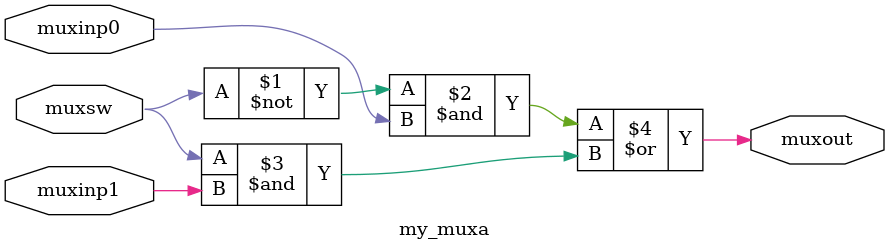
<source format=v>
module multiplier(input mc0,mc1,mc2,mc3,ml0,ml1,start,clock, output out1,out2,out3,out4,out5,out6);

wire wcout1,wcout2,wcout3,wcout4,wcout5,wcout6,clk1,wmc0,wmc1,wmc2,wmc3,wclock,wcount0,wcount1,wcountstop0,wcountstop1,wcontinue;


assign wclock=(clock&wcontinue);


xor xora(wcountstop0,wcount0,ml0);
xor xorb(wcountstop1,wcount1,ml1);
or  ora(wcontinue,wcountstop0,wcountstop1);

adder_with_memory    awmcounter0(wcount0,wcout5,1,wclock,0);
adder_with_memory    awmcounter1(wcount1,wcout6,0,wclock,wcout5);


my_muxa  mux1(wmc0,start,0,mc0);
my_muxa  mux2(wmc1,start,0,mc1);
my_muxa  mux3(wmc2,start,0,mc2);
my_muxa  mux4(wmc3,start,0,mc3);


adder_with_memory    awm1(out1,wcout1,wmc0,wclock,0);
adder_with_memory    awm2(out2,wcout2,wmc1,wclock,wcout1);
adder_with_memory    awm3(out3,wcout3,wmc2,wclock,wcout2);
adder_with_memory    awm4(out4,wcout4,wmc3,wclock,wcout3);
adder_with_memory    awm5(out5,out6,wcout4,wclock,0);



endmodule


 

module adder_with_memory(s,cout,inp1,clk,cin);

input inp1,clk,cin;
output s,cout;
wire add1,add2,add3,adds,dff1,dff2,dff3,dff4,dff5;

and a1(add1,inp1,dff4);
xor a2(add2,inp1,dff4);
and a3(add3,add2,cin);
xor a4(adds,add2,cin);
or  a5(cout,add1,add3);

not n0(dff1,adds);
nand n1(dff2,adds,clk);
nand n2(dff3,dff1,clk);
nand n3(dff4,dff2,dff5);
nand n4(dff5,dff4,dff3);

assign s=(~dff5); 

endmodule 



module my_muxa(muxout,muxsw,muxinp0,muxinp1);

input muxsw,muxinp0,muxinp1;
output muxout;

assign muxout=((~muxsw & muxinp0) | (muxsw & muxinp1));

endmodule






/*module dflipflop(Q1,clk,D);

output Q1;
input clk,D;
wire wff1,wff2,wff3,wff4,wff5;

not n0(wff1,D);
nand n1(wff2,D,clock);
nand n2(wff3,wff1,clock);
nand n3(wff4,wff2,wff5);
nand n4(wff5,wff4,wff3);

assign Q1=(~wff5);

endmodule 



module fulladder(s,cout,inp1,inp2,cin);

input inp1,inp2,cin;
output s,cout;
wire add1,add2,add3,adds,dff1,dff2,dff3,dff4,dff5;

and a1(add1,inp1,inp2);
xor a2(add2,inp1,inp2);
and a3(add3,add2,cin);
xor a4(adds,add2,cin);
or  a5(cout,add1,add3);

endmodule*/


//wire wq1,wq2,wq3,wq4,wfa1,wfa2,wfa3,wfa4,wfa5,wffa1,wffa2,wffa3,wffa4,wffa5;



/*dflipflop      df1(wq1,clock,wfa1);
fulladder      fa1(wffa1,wcout1,wmc1,wq1,0);

dflipflop      df2(wq2,clock,wfa2);
fulladder      fa2(wffa2,wcout2,wmc2,wq2,wcout1);

dflipflop      df3(wq3,clock,wfa3);
fulladder      fa3(wffa3,wcout3,wmc3,wq3,wcout2);


dflipflop      df4(wq4,clock,wfa4);
fulladder      fa4(wffa4,wcout4,wmc4,wq4,wcout3);
*/
/*

assign wffa1=(wfa1|0);
assign wffa2=(wfa2|0);
assign wffa3=(wfa3|0);
assign wffa4=(wfa4|0);
assign wffa5=(wfa5|0);
*/
</source>
